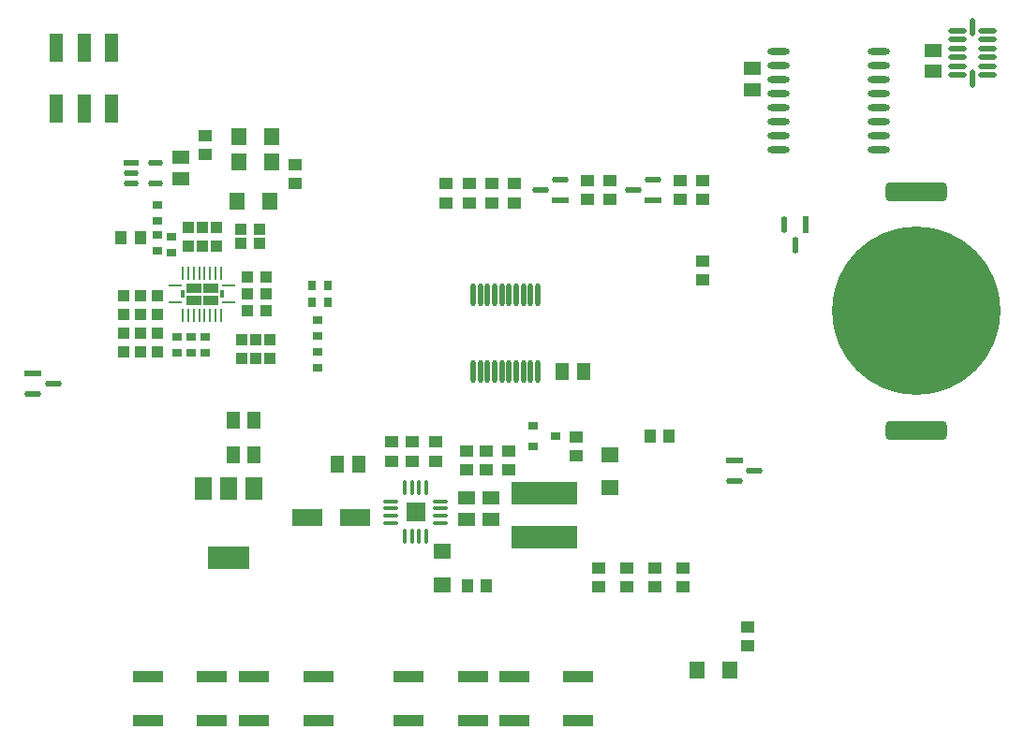
<source format=gtp>
G04*
G04 #@! TF.GenerationSoftware,Altium Limited,Altium Designer,20.1.14 (287)*
G04*
G04 Layer_Color=8421504*
%FSLAX25Y25*%
%MOIN*%
G70*
G04*
G04 #@! TF.SameCoordinates,CE9B30E5-35C2-4311-858A-F2759D058BD0*
G04*
G04*
G04 #@! TF.FilePolarity,Positive*
G04*
G01*
G75*
%ADD10R,0.05228X0.03610*%
%ADD11R,0.01169X0.03071*%
%ADD12R,0.03543X0.03150*%
%ADD13R,0.03937X0.04724*%
%ADD14R,0.05512X0.05906*%
%ADD15R,0.05906X0.05512*%
G04:AMPARAMS|DCode=16|XSize=9.45mil|YSize=43.62mil|CornerRadius=1.98mil|HoleSize=0mil|Usage=FLASHONLY|Rotation=180.000|XOffset=0mil|YOffset=0mil|HoleType=Round|Shape=RoundedRectangle|*
%AMROUNDEDRECTD16*
21,1,0.00945,0.03965,0,0,180.0*
21,1,0.00548,0.04362,0,0,180.0*
1,1,0.00397,-0.00274,0.01983*
1,1,0.00397,0.00274,0.01983*
1,1,0.00397,0.00274,-0.01983*
1,1,0.00397,-0.00274,-0.01983*
%
%ADD16ROUNDEDRECTD16*%
G04:AMPARAMS|DCode=17|XSize=9.45mil|YSize=43.62mil|CornerRadius=1.98mil|HoleSize=0mil|Usage=FLASHONLY|Rotation=90.000|XOffset=0mil|YOffset=0mil|HoleType=Round|Shape=RoundedRectangle|*
%AMROUNDEDRECTD17*
21,1,0.00945,0.03965,0,0,90.0*
21,1,0.00548,0.04362,0,0,90.0*
1,1,0.00397,0.01983,0.00274*
1,1,0.00397,0.01983,-0.00274*
1,1,0.00397,-0.01983,-0.00274*
1,1,0.00397,-0.01983,0.00274*
%
%ADD17ROUNDEDRECTD17*%
%ADD18O,0.02165X0.06508*%
%ADD19O,0.06508X0.02165*%
%ADD20O,0.02165X0.06508*%
%ADD21R,0.05906X0.05118*%
G04:AMPARAMS|DCode=22|XSize=13.39mil|YSize=51.89mil|CornerRadius=2.01mil|HoleSize=0mil|Usage=FLASHONLY|Rotation=0.000|XOffset=0mil|YOffset=0mil|HoleType=Round|Shape=RoundedRectangle|*
%AMROUNDEDRECTD22*
21,1,0.01339,0.04787,0,0,0.0*
21,1,0.00937,0.05189,0,0,0.0*
1,1,0.00402,0.00469,-0.02394*
1,1,0.00402,-0.00469,-0.02394*
1,1,0.00402,-0.00469,0.02394*
1,1,0.00402,0.00469,0.02394*
%
%ADD22ROUNDEDRECTD22*%
G04:AMPARAMS|DCode=23|XSize=13.39mil|YSize=51.89mil|CornerRadius=2.01mil|HoleSize=0mil|Usage=FLASHONLY|Rotation=270.000|XOffset=0mil|YOffset=0mil|HoleType=Round|Shape=RoundedRectangle|*
%AMROUNDEDRECTD23*
21,1,0.01339,0.04787,0,0,270.0*
21,1,0.00937,0.05189,0,0,270.0*
1,1,0.00402,-0.02394,-0.00469*
1,1,0.00402,-0.02394,0.00469*
1,1,0.00402,0.02394,0.00469*
1,1,0.00402,0.02394,-0.00469*
%
%ADD23ROUNDEDRECTD23*%
%ADD24R,0.06718X0.06718*%
%ADD25O,0.01772X0.08268*%
%ADD26R,0.06001X0.02275*%
G04:AMPARAMS|DCode=27|XSize=60.01mil|YSize=22.75mil|CornerRadius=11.38mil|HoleSize=0mil|Usage=FLASHONLY|Rotation=0.000|XOffset=0mil|YOffset=0mil|HoleType=Round|Shape=RoundedRectangle|*
%AMROUNDEDRECTD27*
21,1,0.06001,0.00000,0,0,0.0*
21,1,0.03725,0.02275,0,0,0.0*
1,1,0.02275,0.01863,0.00000*
1,1,0.02275,-0.01863,0.00000*
1,1,0.02275,-0.01863,0.00000*
1,1,0.02275,0.01863,0.00000*
%
%ADD27ROUNDEDRECTD27*%
%ADD28R,0.04724X0.03937*%
%ADD29R,0.05906X0.07874*%
%ADD30R,0.14961X0.07874*%
%ADD31R,0.05118X0.05906*%
%ADD32R,0.03150X0.03543*%
%ADD33R,0.03937X0.04331*%
%ADD34R,0.05269X0.02275*%
G04:AMPARAMS|DCode=35|XSize=52.69mil|YSize=22.75mil|CornerRadius=11.38mil|HoleSize=0mil|Usage=FLASHONLY|Rotation=0.000|XOffset=0mil|YOffset=0mil|HoleType=Round|Shape=RoundedRectangle|*
%AMROUNDEDRECTD35*
21,1,0.05269,0.00000,0,0,0.0*
21,1,0.02993,0.02275,0,0,0.0*
1,1,0.02275,0.01497,0.00000*
1,1,0.02275,-0.01497,0.00000*
1,1,0.02275,-0.01497,0.00000*
1,1,0.02275,0.01497,0.00000*
%
%ADD35ROUNDEDRECTD35*%
%ADD36R,0.04331X0.03937*%
%ADD37R,0.11024X0.06299*%
%ADD38R,0.11024X0.03937*%
%ADD39R,0.23622X0.07874*%
G04:AMPARAMS|DCode=40|XSize=60.01mil|YSize=22.75mil|CornerRadius=11.38mil|HoleSize=0mil|Usage=FLASHONLY|Rotation=270.000|XOffset=0mil|YOffset=0mil|HoleType=Round|Shape=RoundedRectangle|*
%AMROUNDEDRECTD40*
21,1,0.06001,0.00000,0,0,270.0*
21,1,0.03725,0.02275,0,0,270.0*
1,1,0.02275,0.00000,-0.01863*
1,1,0.02275,0.00000,0.01863*
1,1,0.02275,0.00000,0.01863*
1,1,0.02275,0.00000,-0.01863*
%
%ADD40ROUNDEDRECTD40*%
%ADD41R,0.02275X0.06001*%
%ADD42R,0.04724X0.09843*%
G04:AMPARAMS|DCode=43|XSize=69mil|YSize=220mil|CornerRadius=17.25mil|HoleSize=0mil|Usage=FLASHONLY|Rotation=90.000|XOffset=0mil|YOffset=0mil|HoleType=Round|Shape=RoundedRectangle|*
%AMROUNDEDRECTD43*
21,1,0.06900,0.18550,0,0,90.0*
21,1,0.03450,0.22000,0,0,90.0*
1,1,0.03450,0.09275,0.01725*
1,1,0.03450,0.09275,-0.01725*
1,1,0.03450,-0.09275,-0.01725*
1,1,0.03450,-0.09275,0.01725*
%
%ADD43ROUNDEDRECTD43*%
%ADD44C,0.60000*%
%ADD45R,0.03543X0.03150*%
%ADD46O,0.07874X0.02362*%
D10*
X65992Y159801D02*
D03*
Y164199D02*
D03*
X72008D02*
D03*
Y159801D02*
D03*
D11*
X75994Y162000D02*
D03*
X62006D02*
D03*
D12*
X58000Y182508D02*
D03*
Y176799D02*
D03*
X53000Y188000D02*
D03*
Y193709D02*
D03*
X110000Y135632D02*
D03*
Y141341D02*
D03*
X53000Y183000D02*
D03*
Y177291D02*
D03*
X70000Y141000D02*
D03*
Y146709D02*
D03*
X65000D02*
D03*
Y141000D02*
D03*
X60000Y146709D02*
D03*
Y141000D02*
D03*
X110000Y147063D02*
D03*
Y152771D02*
D03*
D13*
X235186Y111414D02*
D03*
X228493D02*
D03*
X40307Y182000D02*
D03*
X47000D02*
D03*
X163374Y58000D02*
D03*
X170067D02*
D03*
D14*
X93906Y209000D02*
D03*
X82095D02*
D03*
X93906Y218000D02*
D03*
X82095D02*
D03*
X93264Y195000D02*
D03*
X81453D02*
D03*
X256906Y28000D02*
D03*
X245094D02*
D03*
D15*
X214000Y104799D02*
D03*
Y92988D02*
D03*
X154563Y58453D02*
D03*
Y70264D02*
D03*
D16*
X66047Y169496D02*
D03*
X75890Y154504D02*
D03*
X73921D02*
D03*
X71953D02*
D03*
X69984D02*
D03*
X68016D02*
D03*
X66047D02*
D03*
X64079D02*
D03*
X62110D02*
D03*
Y169496D02*
D03*
X64079D02*
D03*
X68016D02*
D03*
X69984D02*
D03*
X71953D02*
D03*
X73921D02*
D03*
X75890D02*
D03*
D17*
X78465Y164953D02*
D03*
Y159047D02*
D03*
X59536D02*
D03*
Y164953D02*
D03*
D18*
X343000Y238586D02*
D03*
D19*
X348321Y239970D02*
D03*
Y243120D02*
D03*
Y246269D02*
D03*
Y249419D02*
D03*
Y252569D02*
D03*
Y255718D02*
D03*
X337679D02*
D03*
Y252569D02*
D03*
Y249419D02*
D03*
Y246269D02*
D03*
Y243120D02*
D03*
Y239970D02*
D03*
D20*
X343000Y257102D02*
D03*
D21*
X329000Y241260D02*
D03*
Y248740D02*
D03*
X264747Y242240D02*
D03*
Y234760D02*
D03*
X61575Y203191D02*
D03*
Y210672D02*
D03*
X171839Y89311D02*
D03*
Y81831D02*
D03*
X163000Y89311D02*
D03*
Y81831D02*
D03*
D22*
X141161Y75595D02*
D03*
X143720D02*
D03*
X146280D02*
D03*
X148839D02*
D03*
Y92988D02*
D03*
X146280D02*
D03*
X143720D02*
D03*
X141161D02*
D03*
D23*
X153697Y80453D02*
D03*
Y83012D02*
D03*
Y85571D02*
D03*
Y88130D02*
D03*
X136303D02*
D03*
Y85571D02*
D03*
Y83012D02*
D03*
Y80453D02*
D03*
D24*
X145000Y84291D02*
D03*
D25*
X188516Y161583D02*
D03*
X185957D02*
D03*
X183398D02*
D03*
X180839D02*
D03*
X178279D02*
D03*
X175721D02*
D03*
X173161D02*
D03*
X170602D02*
D03*
X168043D02*
D03*
X165484D02*
D03*
X188516Y134417D02*
D03*
X185957D02*
D03*
X183398D02*
D03*
X180839D02*
D03*
X178279D02*
D03*
X175721D02*
D03*
X173161D02*
D03*
X170602D02*
D03*
X168043D02*
D03*
X165484D02*
D03*
D26*
X258417Y102740D02*
D03*
X196583Y195260D02*
D03*
X8833Y133740D02*
D03*
X229583Y195260D02*
D03*
D27*
X258417Y95260D02*
D03*
X265583Y99000D02*
D03*
X196583Y202740D02*
D03*
X189417Y199000D02*
D03*
X16000Y130000D02*
D03*
X8833Y126260D02*
D03*
X222417Y199000D02*
D03*
X229583Y202740D02*
D03*
D28*
X240000Y57653D02*
D03*
Y64346D02*
D03*
X230000Y57653D02*
D03*
Y64346D02*
D03*
X220000Y57653D02*
D03*
Y64346D02*
D03*
X210000Y57653D02*
D03*
Y64346D02*
D03*
X247000Y173841D02*
D03*
Y167148D02*
D03*
Y202346D02*
D03*
Y195653D02*
D03*
X239000Y195653D02*
D03*
Y202346D02*
D03*
X214000Y202346D02*
D03*
Y195653D02*
D03*
X206000Y195653D02*
D03*
Y202346D02*
D03*
X70000Y211653D02*
D03*
Y218347D02*
D03*
X102000Y201307D02*
D03*
Y208000D02*
D03*
X263000Y43346D02*
D03*
Y36654D02*
D03*
X202000Y111000D02*
D03*
Y104307D02*
D03*
X178000Y105941D02*
D03*
Y99248D02*
D03*
X170000D02*
D03*
Y105941D02*
D03*
X136472Y109221D02*
D03*
Y102528D02*
D03*
X143890D02*
D03*
Y109221D02*
D03*
X152169D02*
D03*
Y102528D02*
D03*
X163000Y99248D02*
D03*
Y105941D02*
D03*
X180000Y201228D02*
D03*
Y194535D02*
D03*
X172000Y201228D02*
D03*
Y194535D02*
D03*
X155980Y201228D02*
D03*
Y194535D02*
D03*
X164000D02*
D03*
Y201228D02*
D03*
D29*
X87520Y92854D02*
D03*
X78465D02*
D03*
X69410D02*
D03*
D30*
X78465Y68051D02*
D03*
D31*
X204761Y134417D02*
D03*
X197281D02*
D03*
X80075Y117000D02*
D03*
X87555D02*
D03*
X80075Y104839D02*
D03*
X87555D02*
D03*
X117260Y101291D02*
D03*
X124740D02*
D03*
D32*
X108146Y158949D02*
D03*
X113854D02*
D03*
X108146Y164949D02*
D03*
X113854D02*
D03*
D33*
X74000Y179000D02*
D03*
Y185693D02*
D03*
X69000Y179000D02*
D03*
Y185693D02*
D03*
X64000Y179000D02*
D03*
Y185693D02*
D03*
X83000Y145693D02*
D03*
Y139000D02*
D03*
X88000Y145693D02*
D03*
Y139000D02*
D03*
X93000Y145693D02*
D03*
Y139000D02*
D03*
X53000Y154648D02*
D03*
Y161341D02*
D03*
X47000Y154648D02*
D03*
Y161341D02*
D03*
X41000Y154648D02*
D03*
Y161341D02*
D03*
X47000Y148033D02*
D03*
Y141341D02*
D03*
X53000Y148033D02*
D03*
Y141341D02*
D03*
X41000Y148033D02*
D03*
Y141341D02*
D03*
D34*
X43695Y208703D02*
D03*
D35*
Y204963D02*
D03*
Y201223D02*
D03*
X52484D02*
D03*
Y208703D02*
D03*
D36*
X85000Y168000D02*
D03*
X91693D02*
D03*
X85000Y162000D02*
D03*
X91693D02*
D03*
X85000Y156000D02*
D03*
X91693D02*
D03*
X82653Y185000D02*
D03*
X89346D02*
D03*
X82653Y180000D02*
D03*
X89346D02*
D03*
D37*
X106535Y82291D02*
D03*
X123465D02*
D03*
D38*
X49665Y10000D02*
D03*
X72500D02*
D03*
Y25748D02*
D03*
X49665D02*
D03*
X87500Y10000D02*
D03*
X110335D02*
D03*
Y25748D02*
D03*
X87500D02*
D03*
X142500Y10000D02*
D03*
X165335D02*
D03*
Y25748D02*
D03*
X142500D02*
D03*
X180000Y10000D02*
D03*
X202835D02*
D03*
Y25748D02*
D03*
X180000D02*
D03*
D39*
X190654Y91209D02*
D03*
Y75461D02*
D03*
D40*
X280000Y179417D02*
D03*
X276260Y186583D02*
D03*
D41*
X283740D02*
D03*
D42*
X27000Y249827D02*
D03*
Y228173D02*
D03*
X17157D02*
D03*
Y249827D02*
D03*
X36843D02*
D03*
Y228173D02*
D03*
D43*
X323000Y198500D02*
D03*
Y113500D02*
D03*
D44*
Y156000D02*
D03*
D45*
X186937Y115154D02*
D03*
Y107674D02*
D03*
X194811Y111414D02*
D03*
D46*
X274284Y248500D02*
D03*
Y243500D02*
D03*
Y238500D02*
D03*
Y233500D02*
D03*
Y228500D02*
D03*
Y223500D02*
D03*
Y218500D02*
D03*
Y213500D02*
D03*
X309717Y248500D02*
D03*
Y243500D02*
D03*
Y238500D02*
D03*
Y233500D02*
D03*
Y228500D02*
D03*
Y223500D02*
D03*
Y218500D02*
D03*
Y213500D02*
D03*
M02*

</source>
